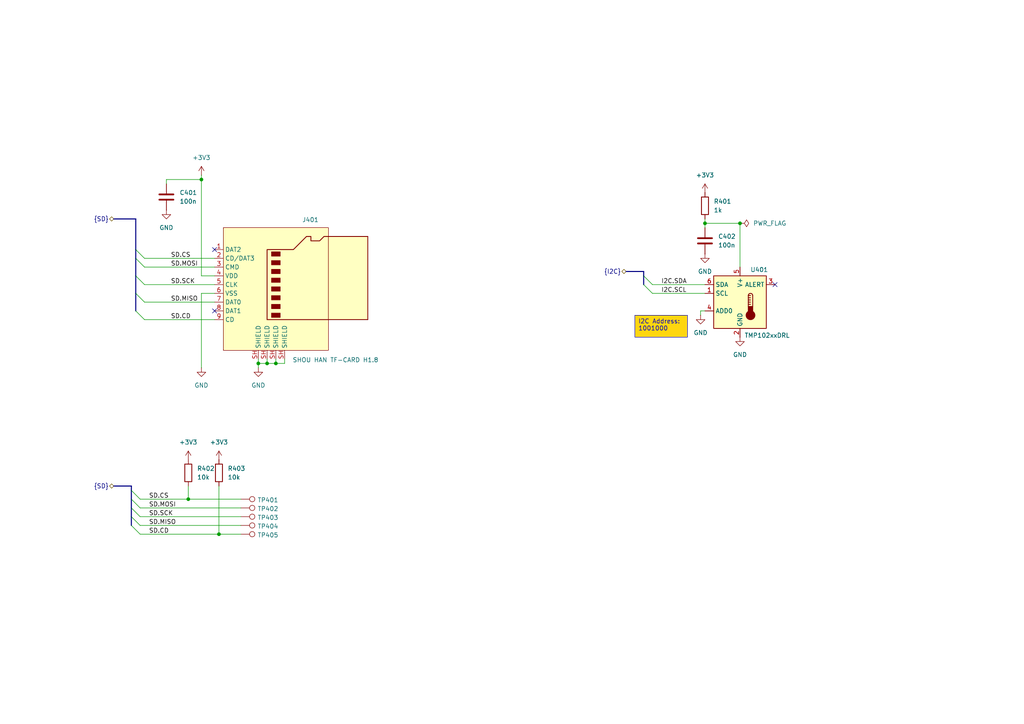
<source format=kicad_sch>
(kicad_sch (version 20231120) (generator "eeschema") (generator_version "8.0")
  (paper "A4")
  (title_block (title "${project_name} - SD + Sensor") (date "2024-07-07") (rev "v${pcb_version_major}.${pcb_version_minor}") (company "pull-up.dev"))
  (lib_symbols
    (symbol "Connector:TestPoint" (pin_numbers hide) (pin_names (offset 0.762) hide)
      (property "Reference" "TP" (at 0 6.858 0))
      (property "Value" "TestPoint" (at 0 5.08 0))
      (symbol "TestPoint_0_1"
        (circle (center 0 3.302) (radius 0.762))
      )
      (symbol "TestPoint_1_1"
        (pin passive line (at 0 0 90) (length 2.54) (name "1") (number "1"))
      )
    )
    (symbol "Device:C" (pin_numbers hide) (pin_names (offset 0.254))
      (property "Reference" "C" (at 0.635 2.54 0))
      (property "Value" "C" (at 0.635 -2.54 0))
      (symbol "C_0_1"
        (polyline (pts (xy -2.032 -0.762) (xy 2.032 -0.762)) (stroke (width 0.508)))
        (polyline (pts (xy -2.032 0.762) (xy 2.032 0.762)) (stroke (width 0.508)))
      )
      (symbol "C_1_1"
        (pin passive line (at 0 3.81 270) (length 2.794) (name "~") (number "1"))
        (pin passive line (at 0 -3.81 90) (length 2.794) (name "~") (number "2"))
      )
    )
    (symbol "Device:R" (pin_numbers hide) (pin_names (offset 0))
      (property "Reference" "R" (at 2.032 0 90))
      (property "Value" "R" (at 0 0 90))
      (symbol "R_0_1"
        (rectangle (start -1.016 -2.54) (end 1.016 2.54) (stroke (width 0.254)))
      )
      (symbol "R_1_1"
        (pin passive line (at 0 3.81 270) (length 1.27) (name "~") (number "1"))
        (pin passive line (at 0 -3.81 90) (length 1.27) (name "~") (number "2"))
      )
    )
    (symbol "Sensor_Temperature:TMP102xxDRL"
      (property "Reference" "U" (at -2.54 10.795 0))
      (property "Value" "TMP102xxDRL" (at -2.54 8.89 0))
      (symbol "TMP102xxDRL_0_1"
        (rectangle (start -7.62 7.62) (end 7.62 -7.62) (stroke (width 0.254)) (fill (type background)))
      )
      (symbol "TMP102xxDRL_1_1"
        (polyline (pts (xy 2.413 -0.635) (xy 3.048 -0.635)) (stroke (width 0.254)))
        (polyline (pts (xy 2.413 0) (xy 3.048 0)) (stroke (width 0.254)))
        (polyline (pts (xy 2.413 0.635) (xy 3.048 0.635)) (stroke (width 0.254)))
        (polyline (pts (xy 2.413 1.27) (xy 3.048 1.27)) (stroke (width 0.254)))
        (polyline (pts (xy 2.413 1.905) (xy 2.413 -1.27)) (stroke (width 0.254)))
        (polyline (pts (xy 2.413 1.905) (xy 3.048 1.905)) (stroke (width 0.254)))
        (polyline (pts (xy 3.683 1.905) (xy 3.683 -1.27)) (stroke (width 0.254)))
        (circle (center 3.048 -3.81) (radius 1.27) (stroke (width 0.254)) (fill (type outline)))
        (rectangle (start 3.683 -3.175) (end 2.413 -1.27) (stroke (width 0.254)) (fill (type outline)))
        (arc (start 3.683 1.905) (mid 3.048 2.5373) (end 2.413 1.905) (stroke (width 0.254)))
        (pin input line (at -10.16 2.54 0) (length 2.54) (name "SCL") (number "1"))
        (pin power_in line (at 0 -10.16 90) (length 2.54) (name "GND") (number "2"))
        (pin open_collector line (at 10.16 5.08 180) (length 2.54) (name "ALERT") (number "3"))
        (pin input line (at -10.16 -2.54 0) (length 2.54) (name "ADD0") (number "4"))
        (pin power_in line (at 0 10.16 270) (length 2.54) (name "V+") (number "5"))
        (pin bidirectional line (at -10.16 5.08 0) (length 2.54) (name "SDA") (number "6"))
      )
    )
    (symbol "power:+3V3" (power) (pin_numbers hide) (pin_names (offset 0) hide)
      (property "Value" "+3V3" (at 0 3.556 0))
      (symbol "+3V3_0_1"
        (polyline (pts (xy -0.762 1.27) (xy 0 2.54)))
        (polyline (pts (xy 0 0) (xy 0 2.54)))
        (polyline (pts (xy 0 2.54) (xy 0.762 1.27)))
      )
      (symbol "+3V3_1_1"
        (pin power_in line (at 0 0 90) (length 0) (name "~") (number "1"))
      )
    )
    (symbol "power:GND" (power) (pin_numbers hide) (pin_names (offset 0) hide)
      (property "Value" "GND" (at 0 -3.81 0))
      (symbol "GND_0_1"
        (polyline (pts (xy 0 0) (xy 0 -1.27) (xy 1.27 -1.27) (xy 0 -2.54) (xy -1.27 -1.27) (xy 0 -1.27)))
      )
      (symbol "GND_1_1"
        (pin power_in line (at 0 0 270) (length 0) (name "~") (number "1"))
      )
    )
    (symbol "power:PWR_FLAG" (power) (pin_numbers hide) (pin_names (offset 0) hide)
      (property "Value" "PWR_FLAG" (at 0 3.81 0))
      (symbol "PWR_FLAG_0_0"
        (pin power_out line (at 0 0 90) (length 0) (name "~") (number "1"))
      )
      (symbol "PWR_FLAG_0_1"
        (polyline (pts (xy 0 0) (xy 0 1.27) (xy -1.016 1.905) (xy 0 2.54) (xy 1.016 1.905) (xy 0 1.27)))
      )
    )
    (symbol "tuto-kicad-temp-logger:SHOUHAN_TF_CARD_H1.8"
      (property "Reference" "J" (at 13.97 19.05 0))
      (property "Value" "SHOU HAN TF-CARD H1.8" (at 0 0 0))
      (symbol "SHOUHAN_TF_CARD_H1.8_0_1"
        (rectangle (start -1.27 -6.985) (end 1.27 -8.255) (fill (type outline)))
        (rectangle (start -1.27 -4.445) (end 1.27 -5.715) (fill (type outline)))
        (rectangle (start -1.27 -1.905) (end 1.27 -3.175) (fill (type outline)))
        (rectangle (start -1.27 0.635) (end 1.27 -0.635) (fill (type outline)))
        (rectangle (start -1.27 3.175) (end 1.27 1.905) (fill (type outline)))
        (rectangle (start -1.27 5.715) (end 1.27 4.445) (fill (type outline)))
        (rectangle (start -1.27 8.255) (end 1.27 6.985) (fill (type outline)))
        (rectangle (start -1.27 10.795) (end 1.27 9.525) (fill (type outline)))
        (polyline (pts (xy -2.54 -8.89) (xy -2.54 11.43) (xy 5.08 11.43) (xy 8.89 15.24) (xy 10.16 15.24) (xy 10.16 13.97) (xy 12.7 13.97) (xy 13.97 15.24) (xy 26.67 15.24) (xy 26.67 -8.89) (xy -2.54 -8.89)) (stroke (width 0.254)) (fill (type background)))
      )
      (symbol "SHOUHAN_TF_CARD_H1.8_1_1"
        (rectangle (start -15.24 17.78) (end 15.24 -17.78) (fill (type background)))
        (pin bidirectional line (at -17.78 11.43 0) (length 2.54) (name "DAT2") (number "1"))
        (pin bidirectional line (at -17.78 8.89 0) (length 2.54) (name "CD/DAT3") (number "2"))
        (pin bidirectional line (at -17.78 6.35 0) (length 2.54) (name "CMD") (number "3"))
        (pin power_in line (at -17.78 3.81 0) (length 2.54) (name "VDD") (number "4"))
        (pin input line (at -17.78 1.27 0) (length 2.54) (name "CLK") (number "5"))
        (pin passive line (at -17.78 -1.27 0) (length 2.54) (name "VSS") (number "6"))
        (pin bidirectional line (at -17.78 -3.81 0) (length 2.54) (name "DAT0") (number "7"))
        (pin bidirectional line (at -17.78 -6.35 0) (length 2.54) (name "DAT1") (number "8"))
        (pin output line (at -17.78 -8.89 0) (length 2.54) (name "CD") (number "9"))
        (pin passive line (at -5.08 -20.32 90) (length 2.54) (name "SHIELD") (number "SH"))
        (pin passive line (at -2.54 -20.32 90) (length 2.54) (name "SHIELD") (number "SH"))
        (pin passive line (at 0 -20.32 90) (length 2.54) (name "SHIELD") (number "SH"))
        (pin passive line (at 2.54 -20.32 90) (length 2.54) (name "SHIELD") (number "SH"))
      )
    )
  )
  (junction (at 74.93 105.41))
  (junction (at 214.63 64.77))
  (junction (at 77.47 105.41))
  (junction (at 80.01 105.41))
  (junction (at 58.42 52.07))
  (junction (at 54.61 144.78))
  (junction (at 63.5 154.94))
  (junction (at 204.47 64.77))
  (no_connect (at 224.79 82.55))
  (no_connect (at 62.23 90.17))
  (no_connect (at 62.23 72.39))
  (bus_entry (at 38.1 142.24) (size 2.54 2.54))
  (bus_entry (at 39.37 74.93) (size 2.54 2.54))
  (bus_entry (at 39.37 80.01) (size 2.54 2.54))
  (bus_entry (at 186.69 82.55) (size 2.54 2.54))
  (bus_entry (at 38.1 152.4) (size 2.54 2.54))
  (bus_entry (at 39.37 90.17) (size 2.54 2.54))
  (bus_entry (at 39.37 85.09) (size 2.54 2.54))
  (bus_entry (at 38.1 147.32) (size 2.54 2.54))
  (bus_entry (at 38.1 144.78) (size 2.54 2.54))
  (bus_entry (at 39.37 72.39) (size 2.54 2.54))
  (bus_entry (at 186.69 80.01) (size 2.54 2.54))
  (bus_entry (at 38.1 149.86) (size 2.54 2.54))
  (bus (pts (xy 39.37 72.39) (xy 39.37 74.93)))
  (wire (pts (xy 41.91 92.71) (xy 62.23 92.71)))
  (bus (pts (xy 39.37 80.01) (xy 39.37 85.09)))
  (bus (pts (xy 186.69 80.01) (xy 186.69 78.74)))
  (wire (pts (xy 204.47 64.77) (xy 204.47 66.04)))
  (bus (pts (xy 38.1 140.97) (xy 38.1 142.24)))
  (wire (pts (xy 54.61 140.97) (xy 54.61 144.78)))
  (wire (pts (xy 204.47 64.77) (xy 214.63 64.77)))
  (bus (pts (xy 38.1 144.78) (xy 38.1 147.32)))
  (wire (pts (xy 74.93 105.41) (xy 74.93 106.68)))
  (wire (pts (xy 80.01 104.14) (xy 80.01 105.41)))
  (wire (pts (xy 41.91 87.63) (xy 62.23 87.63)))
  (wire (pts (xy 40.64 154.94) (xy 63.5 154.94)))
  (wire (pts (xy 74.93 104.14) (xy 74.93 105.41)))
  (bus (pts (xy 39.37 85.09) (xy 39.37 90.17)))
  (wire (pts (xy 40.64 149.86) (xy 69.85 149.86)))
  (wire (pts (xy 189.23 82.55) (xy 204.47 82.55)))
  (bus (pts (xy 39.37 63.5) (xy 39.37 72.39)))
  (wire (pts (xy 189.23 85.09) (xy 204.47 85.09)))
  (bus (pts (xy 38.1 149.86) (xy 38.1 152.4)))
  (wire (pts (xy 40.64 147.32) (xy 69.85 147.32)))
  (wire (pts (xy 41.91 82.55) (xy 62.23 82.55)))
  (wire (pts (xy 58.42 85.09) (xy 58.42 106.68)))
  (wire (pts (xy 54.61 144.78) (xy 69.85 144.78)))
  (wire (pts (xy 40.64 152.4) (xy 69.85 152.4)))
  (wire (pts (xy 77.47 105.41) (xy 80.01 105.41)))
  (wire (pts (xy 58.42 52.07) (xy 58.42 80.01)))
  (wire (pts (xy 62.23 80.01) (xy 58.42 80.01)))
  (bus (pts (xy 181.61 78.74) (xy 186.69 78.74)))
  (wire (pts (xy 77.47 104.14) (xy 77.47 105.41)))
  (wire (pts (xy 63.5 154.94) (xy 69.85 154.94)))
  (wire (pts (xy 48.26 52.07) (xy 58.42 52.07)))
  (wire (pts (xy 40.64 144.78) (xy 54.61 144.78)))
  (wire (pts (xy 62.23 85.09) (xy 58.42 85.09)))
  (bus (pts (xy 38.1 142.24) (xy 38.1 144.78)))
  (wire (pts (xy 41.91 77.47) (xy 62.23 77.47)))
  (wire (pts (xy 80.01 105.41) (xy 82.55 105.41)))
  (wire (pts (xy 74.93 105.41) (xy 77.47 105.41)))
  (wire (pts (xy 204.47 63.5) (xy 204.47 64.77)))
  (wire (pts (xy 41.91 74.93) (xy 62.23 74.93)))
  (bus (pts (xy 39.37 74.93) (xy 39.37 80.01)))
  (wire (pts (xy 58.42 50.8) (xy 58.42 52.07)))
  (wire (pts (xy 214.63 64.77) (xy 214.63 77.47)))
  (wire (pts (xy 48.26 53.34) (xy 48.26 52.07)))
  (wire (pts (xy 63.5 140.97) (xy 63.5 154.94)))
  (bus (pts (xy 186.69 82.55) (xy 186.69 80.01)))
  (bus (pts (xy 38.1 140.97) (xy 33.02 140.97)))
  (wire (pts (xy 82.55 105.41) (xy 82.55 104.14)))
  (wire (pts (xy 203.2 91.44) (xy 203.2 90.17)))
  (wire (pts (xy 203.2 90.17) (xy 204.47 90.17)))
  (bus (pts (xy 38.1 147.32) (xy 38.1 149.86)))
  (bus (pts (xy 33.02 63.5) (xy 39.37 63.5)))
  (text_box "I2C Address:\n1001000" (at 184.15 91.44 0) (size 15.24 6.35) (fill (type color) (color 255 214 15 1)) (effects (font (size 1.27 1.27)) (justify left top)))
  (label "I2C.SCL" (at 191.77 85.09 0))
  (label "SD.MISO" (at 43.18 152.4 0))
  (label "SD.MOSI" (at 43.18 147.32 0))
  (label "SD.CD" (at 49.53 92.71 0))
  (label "SD.CS" (at 43.18 144.78 0))
  (label "SD.MOSI" (at 49.53 77.47 0))
  (label "SD.CD" (at 43.18 154.94 0))
  (label "SD.MISO" (at 49.53 87.63 0))
  (label "I2C.SDA" (at 191.77 82.55 0))
  (label "SD.SCK" (at 49.53 82.55 0))
  (label "SD.CS" (at 49.53 74.93 0))
  (label "SD.SCK" (at 43.18 149.86 0))
  (hierarchical_label "{SD}" (shape bidirectional) (at 33.02 63.5 180))
  (hierarchical_label "{SD}" (shape bidirectional) (at 33.02 140.97 180))
  (hierarchical_label "{I2C}" (shape bidirectional) (at 181.61 78.74 180))
  (symbol (lib_id "Connector:TestPoint") (at 69.85 154.94 270) (unit 1)
    (property "Reference" "TP405" (at 74.676 155.194 90) (effects (justify left)))
    (property "Value" "TestPoint" (effects (hide yes)))
    (property "Description" "test point" (effects (hide yes)))
  )
  (symbol (lib_id "power:GND") (at 204.47 73.66 0) (unit 1)
    (property "Reference" "#PWR0409" (effects (hide yes)))
    (property "Value" "GND" (at 204.47 78.74 0))
    (property "Description" "Power symbol creates a global label with name \"GND\" , ground" (effects (hide yes)))
  )
  (symbol (lib_id "power:GND") (at 203.2 91.44 0) (unit 1)
    (property "Reference" "#PWR0408" (effects (hide yes)))
    (property "Value" "GND" (at 203.2 96.52 0))
    (property "Description" "Power symbol creates a global label with name \"GND\" , ground" (effects (hide yes)))
  )
  (symbol (lib_id "power:+3V3") (at 58.42 50.8 0) (unit 1)
    (property "Reference" "#PWR0401" (effects (hide yes)))
    (property "Value" "+3V3" (at 58.42 45.72 0))
    (property "Description" "Power symbol creates a global label with name \"+3V3\"" (effects (hide yes)))
  )
  (symbol (lib_id "power:GND") (at 214.63 97.79 0) (unit 1)
    (property "Reference" "#PWR0407" (effects (hide yes)))
    (property "Value" "GND" (at 214.63 102.87 0))
    (property "Description" "Power symbol creates a global label with name \"GND\" , ground" (effects (hide yes)))
  )
  (symbol (lib_id "Device:C") (at 48.26 57.15 0) (unit 1)
    (property "Reference" "C401" (at 52.07 55.8799 0) (effects (justify left)))
    (property "Value" "100n" (at 52.07 58.4199 0) (effects (justify left)))
    (property "Description" "Unpolarized capacitor" (effects (hide yes)))
  )
  (symbol (lib_id "power:+3V3") (at 63.5 133.35 0) (unit 1)
    (property "Reference" "#PWR0406" (effects (hide yes)))
    (property "Value" "+3V3" (at 63.5 128.27 0))
    (property "Description" "Power symbol creates a global label with name \"+3V3\"" (effects (hide yes)))
  )
  (symbol (lib_id "power:GND") (at 58.42 106.68 0) (unit 1)
    (property "Reference" "#PWR0403" (effects (hide yes)))
    (property "Value" "GND" (at 58.42 111.76 0))
    (property "Description" "Power symbol creates a global label with name \"GND\" , ground" (effects (hide yes)))
  )
  (symbol (lib_id "power:+3V3") (at 204.47 55.88 0) (unit 1)
    (property "Reference" "#PWR0410" (effects (hide yes)))
    (property "Value" "+3V3" (at 204.47 50.8 0))
    (property "Description" "Power symbol creates a global label with name \"+3V3\"" (effects (hide yes)))
  )
  (symbol (lib_id "Device:R") (at 54.61 137.16 0) (unit 1)
    (property "Reference" "R402" (at 57.15 135.8899 0) (effects (justify left)))
    (property "Value" "10k" (at 57.15 138.4299 0) (effects (justify left)))
    (property "Description" "Resistor" (effects (hide yes)))
  )
  (symbol (lib_id "Connector:TestPoint") (at 69.85 152.4 270) (unit 1)
    (property "Reference" "TP404" (at 74.676 152.654 90) (effects (justify left)))
    (property "Value" "TestPoint" (effects (hide yes)))
    (property "Description" "test point" (effects (hide yes)))
  )
  (symbol (lib_id "power:GND") (at 48.26 60.96 0) (unit 1)
    (property "Reference" "#PWR0402" (effects (hide yes)))
    (property "Value" "GND" (at 48.26 66.04 0))
    (property "Description" "Power symbol creates a global label with name \"GND\" , ground" (effects (hide yes)))
  )
  (symbol (lib_id "Connector:TestPoint") (at 69.85 147.32 270) (unit 1)
    (property "Reference" "TP402" (at 74.676 147.574 90) (effects (justify left)))
    (property "Value" "TestPoint" (effects (hide yes)))
    (property "Description" "test point" (effects (hide yes)))
  )
  (symbol (lib_id "Connector:TestPoint") (at 69.85 149.86 270) (unit 1)
    (property "Reference" "TP403" (at 74.676 150.114 90) (effects (justify left)))
    (property "Value" "TestPoint" (effects (hide yes)))
    (property "Description" "test point" (effects (hide yes)))
  )
  (symbol (lib_id "Sensor_Temperature:TMP102xxDRL") (at 214.63 87.63 0) (unit 1)
    (property "Reference" "U401" (at 220.218 78.232 0))
    (property "Value" "TMP102xxDRL" (at 222.504 97.282 0))
    (property "Footprint" "Package_TO_SOT_SMD:SOT-563" (effects (hide yes)))
    (property "Datasheet" "https://www.ti.com/lit/ds/symlink/tmp102.pdf" (effects (hide yes)))
    (property "Description" "Digital Temperature Sensor, +/- 3 °C, low-Power, SMBus, 12 bit, Two-Wire Serial Interface, SOT-563" (effects (hide yes)))
  )
  (symbol (lib_id "power:PWR_FLAG") (at 214.63 64.77 270) (unit 1)
    (property "Reference" "#FLG0401" (effects (hide yes)))
    (property "Value" "PWR_FLAG" (at 218.44 64.7699 90) (effects (justify left)))
    (property "Description" "Special symbol for telling ERC where power comes from" (effects (hide yes)))
  )
  (symbol (lib_id "Device:R") (at 204.47 59.69 0) (unit 1)
    (property "Reference" "R401" (at 207.01 58.4199 0) (effects (justify left)))
    (property "Value" "1k" (at 207.01 60.9599 0) (effects (justify left)))
    (property "Description" "Resistor" (effects (hide yes)))
  )
  (symbol (lib_id "power:+3V3") (at 54.61 133.35 0) (unit 1)
    (property "Reference" "#PWR0405" (effects (hide yes)))
    (property "Value" "+3V3" (at 54.61 128.27 0))
    (property "Description" "Power symbol creates a global label with name \"+3V3\"" (effects (hide yes)))
  )
  (symbol (lib_id "Connector:TestPoint") (at 69.85 144.78 270) (unit 1)
    (property "Reference" "TP401" (at 74.676 145.034 90) (effects (justify left)))
    (property "Value" "TestPoint" (effects (hide yes)))
    (property "Description" "test point" (effects (hide yes)))
  )
  (symbol (lib_id "Device:C") (at 204.47 69.85 0) (unit 1)
    (property "Reference" "C402" (at 208.28 68.5799 0) (effects (justify left)))
    (property "Value" "100n" (at 208.28 71.1199 0) (effects (justify left)))
    (property "Description" "Unpolarized capacitor" (effects (hide yes)))
  )
  (symbol (lib_id "Device:R") (at 63.5 137.16 0) (unit 1)
    (property "Reference" "R403" (at 66.04 135.8899 0) (effects (justify left)))
    (property "Value" "10k" (at 66.04 138.4299 0) (effects (justify left)))
    (property "Description" "Resistor" (effects (hide yes)))
  )
  (symbol (lib_id "power:GND") (at 74.93 106.68 0) (unit 1)
    (property "Reference" "#PWR0404" (effects (hide yes)))
    (property "Value" "GND" (at 74.93 111.76 0))
    (property "Description" "Power symbol creates a global label with name \"GND\" , ground" (effects (hide yes)))
  )
  (symbol (lib_id "tuto-kicad-temp-logger:SHOUHAN_TF_CARD_H1.8") (at 80.01 83.82 0) (unit 1)
    (property "Reference" "J401" (at 87.63 63.754 0) (effects (justify left)))
    (property "Value" "SHOU HAN TF-CARD H1.8" (at 84.836 104.394 0) (effects (justify left)))
    (property "Footprint" "tuto-kicad-temp-logger:SHOUHAN_TF_CARD_H1.8" (effects (hide yes)))
    (property "Datasheet" "https://wmsc.lcsc.com/wmsc/upload/file/pdf/v2/lcsc/2308181409_SHOU-HAN-TF-CARD-H1-8_C7529389.pdf" (effects (hide yes)))
    (property "Description" "Micro SD" (effects (hide yes)))
  )
)
</source>
